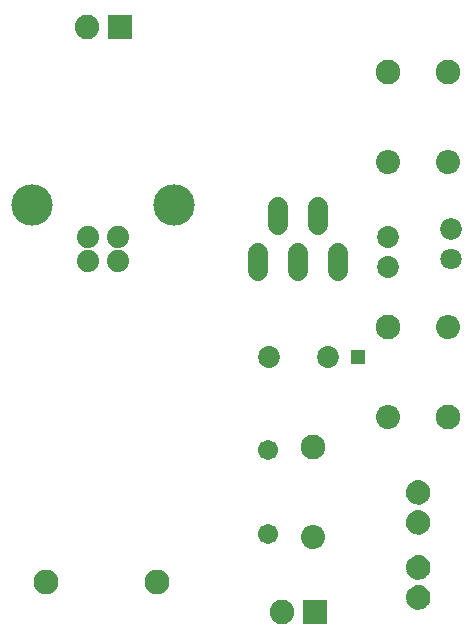
<source format=gbs>
G75*
%MOIN*%
%OFA0B0*%
%FSLAX25Y25*%
%IPPOS*%
%LPD*%
%AMOC8*
5,1,8,0,0,1.08239X$1,22.5*
%
%ADD10C,0.07071*%
%ADD11C,0.07211*%
%ADD12C,0.07300*%
%ADD13C,0.08300*%
%ADD14C,0.06743*%
%ADD15C,0.00500*%
%ADD16C,0.06743*%
%ADD17R,0.08200X0.08200*%
%ADD18C,0.08200*%
%ADD19C,0.07400*%
%ADD20C,0.13800*%
%ADD21C,0.08062*%
%ADD22C,0.08246*%
%ADD23R,0.05162X0.05162*%
D10*
X0153945Y0131453D03*
D11*
X0153945Y0141453D03*
D12*
X0133000Y0138500D03*
X0133000Y0128500D03*
X0112850Y0098500D03*
X0093150Y0098500D03*
D13*
X0019000Y0023500D03*
X0056000Y0023500D03*
D14*
X0093000Y0039500D03*
X0093000Y0067500D03*
D15*
X0139312Y0054215D02*
X0139250Y0053490D01*
X0139313Y0052769D01*
X0139515Y0052075D01*
X0139849Y0051433D01*
X0140302Y0050869D01*
X0140856Y0050404D01*
X0141491Y0050056D01*
X0142181Y0049838D01*
X0142900Y0049760D01*
X0143560Y0049808D01*
X0144201Y0049970D01*
X0144805Y0050241D01*
X0145352Y0050612D01*
X0145827Y0051073D01*
X0146214Y0051610D01*
X0146503Y0052205D01*
X0146683Y0052842D01*
X0146750Y0053500D01*
X0146685Y0054158D01*
X0146506Y0054795D01*
X0146219Y0055391D01*
X0145834Y0055929D01*
X0145360Y0056391D01*
X0144814Y0056764D01*
X0144211Y0057036D01*
X0143570Y0057200D01*
X0142910Y0057250D01*
X0142187Y0057169D01*
X0141494Y0056948D01*
X0140858Y0056597D01*
X0140302Y0056128D01*
X0139848Y0055560D01*
X0139513Y0054914D01*
X0139312Y0054215D01*
X0139350Y0054348D02*
X0146632Y0054348D01*
X0146716Y0053850D02*
X0139281Y0053850D01*
X0139262Y0053351D02*
X0146735Y0053351D01*
X0146684Y0052853D02*
X0139306Y0052853D01*
X0139434Y0052354D02*
X0146545Y0052354D01*
X0146333Y0051856D02*
X0139629Y0051856D01*
X0139910Y0051357D02*
X0146032Y0051357D01*
X0145606Y0050859D02*
X0140314Y0050859D01*
X0140936Y0050360D02*
X0144981Y0050360D01*
X0143772Y0049862D02*
X0142108Y0049862D01*
X0142187Y0047169D02*
X0142910Y0047250D01*
X0143570Y0047200D01*
X0144211Y0047036D01*
X0144814Y0046764D01*
X0145360Y0046391D01*
X0145834Y0045929D01*
X0146219Y0045391D01*
X0146506Y0044795D01*
X0146685Y0044158D01*
X0146750Y0043500D01*
X0146683Y0042842D01*
X0146503Y0042205D01*
X0146214Y0041610D01*
X0145827Y0041073D01*
X0145352Y0040612D01*
X0144805Y0040241D01*
X0144201Y0039970D01*
X0143560Y0039808D01*
X0142900Y0039760D01*
X0142181Y0039838D01*
X0141491Y0040056D01*
X0140856Y0040404D01*
X0140302Y0040869D01*
X0139849Y0041433D01*
X0139515Y0042075D01*
X0139313Y0042769D01*
X0139250Y0043490D01*
X0139312Y0044215D01*
X0139513Y0044914D01*
X0139848Y0045560D01*
X0140302Y0046128D01*
X0140858Y0046597D01*
X0141494Y0046948D01*
X0142187Y0047169D01*
X0141353Y0046870D02*
X0144578Y0046870D01*
X0145380Y0046372D02*
X0140591Y0046372D01*
X0140098Y0045873D02*
X0145873Y0045873D01*
X0146227Y0045375D02*
X0139752Y0045375D01*
X0139503Y0044876D02*
X0146467Y0044876D01*
X0146623Y0044378D02*
X0139359Y0044378D01*
X0139283Y0043879D02*
X0146713Y0043879D01*
X0146738Y0043381D02*
X0139260Y0043381D01*
X0139303Y0042882D02*
X0146687Y0042882D01*
X0146553Y0042384D02*
X0139425Y0042384D01*
X0139614Y0041885D02*
X0146348Y0041885D01*
X0146053Y0041387D02*
X0139886Y0041387D01*
X0140287Y0040888D02*
X0145637Y0040888D01*
X0145025Y0040390D02*
X0140882Y0040390D01*
X0142013Y0039891D02*
X0143890Y0039891D01*
X0143100Y0032240D02*
X0142440Y0032192D01*
X0141799Y0032030D01*
X0141195Y0031759D01*
X0140648Y0031388D01*
X0140173Y0030927D01*
X0139786Y0030390D01*
X0139497Y0029795D01*
X0139317Y0029158D01*
X0139250Y0028500D01*
X0139315Y0027842D01*
X0139494Y0027205D01*
X0139781Y0026609D01*
X0140166Y0026071D01*
X0140640Y0025609D01*
X0141186Y0025236D01*
X0141789Y0024964D01*
X0142430Y0024800D01*
X0143090Y0024750D01*
X0143813Y0024831D01*
X0144506Y0025052D01*
X0145142Y0025403D01*
X0145698Y0025872D01*
X0146152Y0026440D01*
X0146487Y0027086D01*
X0146688Y0027785D01*
X0146750Y0028510D01*
X0146687Y0029231D01*
X0146485Y0029925D01*
X0146151Y0030567D01*
X0145698Y0031131D01*
X0145144Y0031596D01*
X0144509Y0031944D01*
X0143819Y0032162D01*
X0143100Y0032240D01*
X0144562Y0031915D02*
X0141542Y0031915D01*
X0140690Y0031417D02*
X0145358Y0031417D01*
X0145869Y0030918D02*
X0140167Y0030918D01*
X0139807Y0030420D02*
X0146227Y0030420D01*
X0146486Y0029921D02*
X0139559Y0029921D01*
X0139392Y0029423D02*
X0146631Y0029423D01*
X0146714Y0028924D02*
X0139293Y0028924D01*
X0139257Y0028426D02*
X0146743Y0028426D01*
X0146700Y0027927D02*
X0139307Y0027927D01*
X0139431Y0027429D02*
X0146585Y0027429D01*
X0146406Y0026930D02*
X0139626Y0026930D01*
X0139908Y0026432D02*
X0146145Y0026432D01*
X0145747Y0025933D02*
X0140308Y0025933D01*
X0140895Y0025434D02*
X0145180Y0025434D01*
X0144142Y0024936D02*
X0141898Y0024936D01*
X0142440Y0022192D02*
X0143100Y0022240D01*
X0143819Y0022162D01*
X0144509Y0021944D01*
X0145144Y0021596D01*
X0145698Y0021131D01*
X0146151Y0020567D01*
X0146485Y0019925D01*
X0146687Y0019231D01*
X0146750Y0018510D01*
X0146688Y0017785D01*
X0146487Y0017086D01*
X0146152Y0016440D01*
X0145698Y0015872D01*
X0145142Y0015403D01*
X0144506Y0015052D01*
X0143813Y0014831D01*
X0143090Y0014750D01*
X0142430Y0014800D01*
X0141789Y0014964D01*
X0141186Y0015236D01*
X0140640Y0015609D01*
X0140166Y0016071D01*
X0139781Y0016609D01*
X0139494Y0017205D01*
X0139315Y0017842D01*
X0139250Y0018500D01*
X0139317Y0019158D01*
X0139497Y0019795D01*
X0139786Y0020390D01*
X0140173Y0020927D01*
X0140648Y0021388D01*
X0141195Y0021759D01*
X0141799Y0022030D01*
X0142440Y0022192D01*
X0141609Y0021945D02*
X0144507Y0021945D01*
X0145322Y0021446D02*
X0140734Y0021446D01*
X0140195Y0020948D02*
X0145845Y0020948D01*
X0146212Y0020449D02*
X0139828Y0020449D01*
X0139573Y0019951D02*
X0146471Y0019951D01*
X0146622Y0019452D02*
X0139400Y0019452D01*
X0139296Y0018954D02*
X0146711Y0018954D01*
X0146745Y0018455D02*
X0139254Y0018455D01*
X0139304Y0017957D02*
X0146703Y0017957D01*
X0146594Y0017458D02*
X0139423Y0017458D01*
X0139612Y0016960D02*
X0146421Y0016960D01*
X0146163Y0016461D02*
X0139886Y0016461D01*
X0140277Y0015963D02*
X0145771Y0015963D01*
X0145215Y0015464D02*
X0140852Y0015464D01*
X0141784Y0014966D02*
X0144235Y0014966D01*
X0146481Y0054847D02*
X0139494Y0054847D01*
X0139737Y0055345D02*
X0146242Y0055345D01*
X0145895Y0055844D02*
X0140075Y0055844D01*
X0140556Y0056342D02*
X0145410Y0056342D01*
X0144644Y0056841D02*
X0141299Y0056841D01*
D16*
X0116386Y0127457D02*
X0116386Y0133401D01*
X0109693Y0142812D02*
X0109693Y0148755D01*
X0103000Y0133401D02*
X0103000Y0127457D01*
X0096307Y0142812D02*
X0096307Y0148755D01*
X0089614Y0133401D02*
X0089614Y0127457D01*
D17*
X0043500Y0208500D03*
X0108500Y0013500D03*
D18*
X0097500Y0013500D03*
X0032500Y0208500D03*
D19*
X0033079Y0138500D03*
X0033079Y0130700D03*
X0042921Y0130700D03*
X0042921Y0138500D03*
D20*
X0061700Y0149200D03*
X0014300Y0149200D03*
D21*
X0108000Y0038500D03*
X0133000Y0078500D03*
X0153000Y0108500D03*
X0153000Y0163500D03*
X0133000Y0163500D03*
D22*
X0133000Y0193500D03*
X0153000Y0193500D03*
X0133000Y0108500D03*
X0153000Y0078500D03*
X0108000Y0068500D03*
D23*
X0123000Y0098500D03*
M02*

</source>
